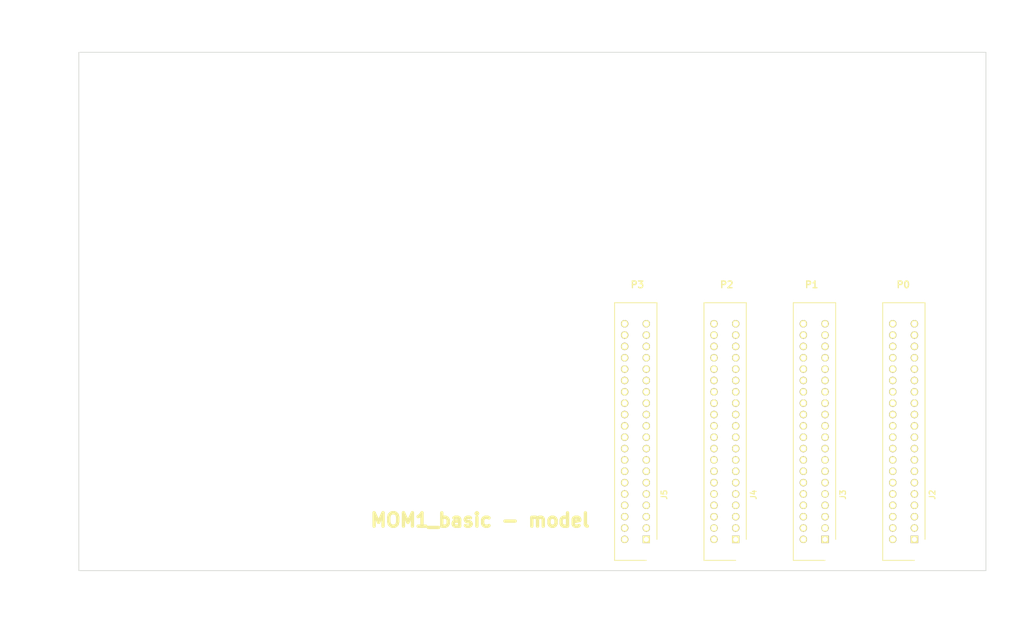
<source format=kicad_pcb>
(kicad_pcb (version 20171130) (host pcbnew "(5.1.4)-1")

  (general
    (thickness 1.6)
    (drawings 20)
    (tracks 0)
    (zones 0)
    (modules 8)
    (nets 47)
  )

  (page A4)
  (title_block
    (title MOM1_basic)
    (date 2020-01-17)
    (rev model)
    (company "Guillaume Guillet")
  )

  (layers
    (0 F.Cu signal)
    (1 In1.Cu power)
    (2 In2.Cu signal)
    (31 B.Cu signal)
    (32 B.Adhes user)
    (33 F.Adhes user)
    (34 B.Paste user)
    (35 F.Paste user)
    (36 B.SilkS user)
    (37 F.SilkS user)
    (38 B.Mask user)
    (39 F.Mask user)
    (40 Dwgs.User user)
    (41 Cmts.User user)
    (42 Eco1.User user)
    (43 Eco2.User user)
    (44 Edge.Cuts user)
    (45 Margin user)
    (46 B.CrtYd user)
    (47 F.CrtYd user)
    (48 B.Fab user)
    (49 F.Fab user)
  )

  (setup
    (last_trace_width 0.18)
    (trace_clearance 0.18)
    (zone_clearance 0.508)
    (zone_45_only no)
    (trace_min 0.18)
    (via_size 0.45)
    (via_drill 0.2)
    (via_min_size 0.45)
    (via_min_drill 0.2)
    (uvia_size 0.45)
    (uvia_drill 0.2)
    (uvias_allowed no)
    (uvia_min_size 0.45)
    (uvia_min_drill 0.2)
    (edge_width 0.15)
    (segment_width 0.2)
    (pcb_text_width 0.3)
    (pcb_text_size 1.5 1.5)
    (mod_edge_width 0.15)
    (mod_text_size 1 1)
    (mod_text_width 0.15)
    (pad_size 1.524 1.524)
    (pad_drill 0.762)
    (pad_to_mask_clearance 0.2)
    (aux_axis_origin 68 32)
    (visible_elements 7FFFF7FF)
    (pcbplotparams
      (layerselection 0x010f0_ffffffff)
      (usegerberextensions false)
      (usegerberattributes false)
      (usegerberadvancedattributes false)
      (creategerberjobfile false)
      (excludeedgelayer true)
      (linewidth 0.100000)
      (plotframeref false)
      (viasonmask false)
      (mode 1)
      (useauxorigin true)
      (hpglpennumber 1)
      (hpglpenspeed 20)
      (hpglpendiameter 15.000000)
      (psnegative false)
      (psa4output false)
      (plotreference true)
      (plotvalue true)
      (plotinvisibletext false)
      (padsonsilk false)
      (subtractmaskfromsilk false)
      (outputformat 1)
      (mirror false)
      (drillshape 0)
      (scaleselection 1)
      (outputdirectory "Project_GCMV4_gerbert/"))
  )

  (net 0 "")
  (net 1 GND)
  (net 2 +5V)
  (net 3 +3V3)
  (net 4 /GLOBAL_CLK)
  (net 5 /~RESET_CLK)
  (net 6 /SYNC_BIT)
  (net 7 /BWRITE1_0)
  (net 8 /BWRITE1_1)
  (net 9 /BWRITE1_2)
  (net 10 /BWRITE1_3)
  (net 11 /BWRITE1_4)
  (net 12 /BWRITE1_5)
  (net 13 /BWRITE1_6)
  (net 14 /BWRITE1_7)
  (net 15 /BWRITE2_0)
  (net 16 /BWRITE2_1)
  (net 17 /BWRITE2_2)
  (net 18 /BWRITE2_3)
  (net 19 /BWRITE2_4)
  (net 20 /BWRITE2_5)
  (net 21 /BWRITE2_6)
  (net 22 /BWRITE2_7)
  (net 23 /BREAD1_0)
  (net 24 /BREAD1_1)
  (net 25 /BREAD1_2)
  (net 26 /BREAD1_3)
  (net 27 /BREAD1_4)
  (net 28 /BREAD1_5)
  (net 29 /BREAD1_6)
  (net 30 /BREAD1_7)
  (net 31 /BREAD2_0)
  (net 32 /BREAD2_1)
  (net 33 /BREAD2_2)
  (net 34 /BREAD2_3)
  (net 35 /BREAD2_4)
  (net 36 /BREAD2_5)
  (net 37 /BREAD2_6)
  (net 38 /BREAD2_7)
  (net 39 /~CS_MODULE_1)
  (net 40 /CLK_MODULE_1)
  (net 41 /~CS_MODULE_2)
  (net 42 /CLK_MODULE_2)
  (net 43 /CLK_MODULE_3)
  (net 44 /~CS_MODULE_3)
  (net 45 /CLK_MODULE_4)
  (net 46 /~CS_MODULE_4)

  (net_class Default "Ceci est la Netclass par défaut"
    (clearance 0.18)
    (trace_width 0.18)
    (via_dia 0.45)
    (via_drill 0.2)
    (uvia_dia 0.45)
    (uvia_drill 0.2)
    (add_net /BREAD1_0)
    (add_net /BREAD1_1)
    (add_net /BREAD1_2)
    (add_net /BREAD1_3)
    (add_net /BREAD1_4)
    (add_net /BREAD1_5)
    (add_net /BREAD1_6)
    (add_net /BREAD1_7)
    (add_net /BREAD2_0)
    (add_net /BREAD2_1)
    (add_net /BREAD2_2)
    (add_net /BREAD2_3)
    (add_net /BREAD2_4)
    (add_net /BREAD2_5)
    (add_net /BREAD2_6)
    (add_net /BREAD2_7)
    (add_net /BWRITE1_0)
    (add_net /BWRITE1_1)
    (add_net /BWRITE1_2)
    (add_net /BWRITE1_3)
    (add_net /BWRITE1_4)
    (add_net /BWRITE1_5)
    (add_net /BWRITE1_6)
    (add_net /BWRITE1_7)
    (add_net /BWRITE2_0)
    (add_net /BWRITE2_1)
    (add_net /BWRITE2_2)
    (add_net /BWRITE2_3)
    (add_net /BWRITE2_4)
    (add_net /BWRITE2_5)
    (add_net /BWRITE2_6)
    (add_net /BWRITE2_7)
    (add_net /CLK_MODULE_1)
    (add_net /CLK_MODULE_2)
    (add_net /CLK_MODULE_3)
    (add_net /CLK_MODULE_4)
    (add_net /GLOBAL_CLK)
    (add_net /SYNC_BIT)
    (add_net /~CS_MODULE_1)
    (add_net /~CS_MODULE_2)
    (add_net /~CS_MODULE_3)
    (add_net /~CS_MODULE_4)
    (add_net /~RESET_CLK)
  )

  (net_class Volt ""
    (clearance 0.2)
    (trace_width 0.3)
    (via_dia 0.55)
    (via_drill 0.3)
    (uvia_dia 0.55)
    (uvia_drill 0.3)
    (add_net +3V3)
    (add_net +5V)
    (add_net GND)
  )

  (module Mounting_Holes:MountingHole_3mm locked (layer F.Cu) (tedit 5C7840FF) (tstamp 5C783BD1)
    (at 266 37)
    (descr "Mounting Hole 3mm, no annular")
    (tags "mounting hole 3mm no annular")
    (attr virtual)
    (fp_text reference HOLE2 (at 0 -4) (layer F.SilkS) hide
      (effects (font (size 1 1) (thickness 0.15)))
    )
    (fp_text value MountingHole_3mm (at -3 4) (layer F.Fab)
      (effects (font (size 1 1) (thickness 0.15)))
    )
    (fp_text user %R (at 0.3 0) (layer F.Fab)
      (effects (font (size 1 1) (thickness 0.15)))
    )
    (fp_circle (center 0 0) (end 3 0) (layer Cmts.User) (width 0.15))
    (fp_circle (center 0 0) (end 3.25 0) (layer F.CrtYd) (width 0.05))
    (pad 1 np_thru_hole circle (at 0 0) (size 3 3) (drill 3) (layers *.Cu *.Mask))
  )

  (module Mounting_Holes:MountingHole_3mm locked (layer F.Cu) (tedit 5C7840F9) (tstamp 5C783BC9)
    (at 73 37)
    (descr "Mounting Hole 3mm, no annular")
    (tags "mounting hole 3mm no annular")
    (attr virtual)
    (fp_text reference HOLE1 (at 0 -4) (layer F.SilkS) hide
      (effects (font (size 1 1) (thickness 0.15)))
    )
    (fp_text value MountingHole_3mm (at 3 5) (layer F.Fab)
      (effects (font (size 1 1) (thickness 0.15)))
    )
    (fp_text user %R (at 0.3 0) (layer F.Fab)
      (effects (font (size 1 1) (thickness 0.15)))
    )
    (fp_circle (center 0 0) (end 3 0) (layer Cmts.User) (width 0.15))
    (fp_circle (center 0 0) (end 3.25 0) (layer F.CrtYd) (width 0.05))
    (pad 1 np_thru_hole circle (at 0 0) (size 3 3) (drill 3) (layers *.Cu *.Mask))
  )

  (module Mounting_Holes:MountingHole_3mm locked (layer F.Cu) (tedit 5C78410B) (tstamp 5C783B94)
    (at 73 143)
    (descr "Mounting Hole 3mm, no annular")
    (tags "mounting hole 3mm no annular")
    (attr virtual)
    (fp_text reference HOLE4 (at 0 -4) (layer F.SilkS) hide
      (effects (font (size 1 1) (thickness 0.15)))
    )
    (fp_text value MountingHole_3mm (at 3 4) (layer F.Fab)
      (effects (font (size 1 1) (thickness 0.15)))
    )
    (fp_text user %R (at 0.3 0) (layer F.Fab)
      (effects (font (size 1 1) (thickness 0.15)))
    )
    (fp_circle (center 0 0) (end 3 0) (layer Cmts.User) (width 0.15))
    (fp_circle (center 0 0) (end 3.25 0) (layer F.CrtYd) (width 0.05))
    (pad 1 np_thru_hole circle (at 0 0) (size 3 3) (drill 3) (layers *.Cu *.Mask))
  )

  (module Mounting_Holes:MountingHole_3mm locked (layer F.Cu) (tedit 5C784105) (tstamp 5C783981)
    (at 266 143)
    (descr "Mounting Hole 3mm, no annular")
    (tags "mounting hole 3mm no annular")
    (attr virtual)
    (fp_text reference HOLE3 (at 0 -4) (layer F.SilkS) hide
      (effects (font (size 1 1) (thickness 0.15)))
    )
    (fp_text value MountingHole_3mm (at 4 -10 90) (layer F.Fab)
      (effects (font (size 1 1) (thickness 0.15)))
    )
    (fp_text user %R (at 0.3 0) (layer F.Fab)
      (effects (font (size 1 1) (thickness 0.15)))
    )
    (fp_circle (center 0 0) (end 3 0) (layer Cmts.User) (width 0.15))
    (fp_circle (center 0 0) (end 3.25 0) (layer F.CrtYd) (width 0.05))
    (pad 1 np_thru_hole circle (at 0 0) (size 3 3) (drill 3) (layers *.Cu *.Mask))
  )

  (module Eurocard:SHDR40W89P485X254_2X20_5740X935X1562P (layer F.Cu) (tedit 5C7707D6) (tstamp 5D32292E)
    (at 255 141 90)
    (descr 5-5530843-4)
    (tags Connector)
    (path /5E290726)
    (fp_text reference J2 (at 10 4 90) (layer F.SilkS)
      (effects (font (size 1.27 1.27) (thickness 0.254)))
    )
    (fp_text value " 5-5530843-4" (at 0 4 90) (layer F.SilkS) hide
      (effects (font (size 1.27 1.27) (thickness 0.254)))
    )
    (fp_line (start -4.949 2.625) (end -4.949 -7.349) (layer Dwgs.User) (width 0.05))
    (fp_line (start -4.949 -7.349) (end 53.209 -7.349) (layer Dwgs.User) (width 0.05))
    (fp_line (start 53.209 -7.349) (end 53.209 2.625) (layer Dwgs.User) (width 0.05))
    (fp_line (start 53.209 2.625) (end -4.949 2.625) (layer Dwgs.User) (width 0.05))
    (fp_line (start -4.699 2.375) (end -4.699 -7.099) (layer Dwgs.User) (width 0.1))
    (fp_line (start -4.699 -7.099) (end 52.959 -7.099) (layer Dwgs.User) (width 0.1))
    (fp_line (start 52.959 -7.099) (end 52.959 2.375) (layer Dwgs.User) (width 0.1))
    (fp_line (start 52.959 2.375) (end -4.699 2.375) (layer Dwgs.User) (width 0.1))
    (fp_line (start 0 2.375) (end 52.959 2.375) (layer F.SilkS) (width 0.2))
    (fp_line (start 52.959 2.375) (end 52.959 -7.099) (layer F.SilkS) (width 0.2))
    (fp_line (start 52.959 -7.099) (end -4.699 -7.099) (layer F.SilkS) (width 0.2))
    (fp_line (start -4.699 -7.099) (end -4.699 0) (layer F.SilkS) (width 0.2))
    (pad 1 thru_hole rect (at 0 0 180) (size 1.65 1.65) (drill 1.1) (layers *.Cu *.Mask F.SilkS)
      (net 1 GND))
    (pad 2 thru_hole circle (at 0 -4.851 180) (size 1.65 1.65) (drill 1.1) (layers *.Cu *.Mask F.SilkS)
      (net 39 /~CS_MODULE_1))
    (pad 3 thru_hole circle (at 2.54 0 180) (size 1.65 1.65) (drill 1.1) (layers *.Cu *.Mask F.SilkS)
      (net 4 /GLOBAL_CLK))
    (pad 4 thru_hole circle (at 2.54 -4.851 180) (size 1.65 1.65) (drill 1.1) (layers *.Cu *.Mask F.SilkS)
      (net 40 /CLK_MODULE_1))
    (pad 5 thru_hole circle (at 5.08 0 180) (size 1.65 1.65) (drill 1.1) (layers *.Cu *.Mask F.SilkS)
      (net 5 /~RESET_CLK))
    (pad 6 thru_hole circle (at 5.08 -4.851 180) (size 1.65 1.65) (drill 1.1) (layers *.Cu *.Mask F.SilkS)
      (net 6 /SYNC_BIT))
    (pad 7 thru_hole circle (at 7.62 0 180) (size 1.65 1.65) (drill 1.1) (layers *.Cu *.Mask F.SilkS)
      (net 38 /BREAD2_7))
    (pad 8 thru_hole circle (at 7.62 -4.851 180) (size 1.65 1.65) (drill 1.1) (layers *.Cu *.Mask F.SilkS)
      (net 22 /BWRITE2_7))
    (pad 9 thru_hole circle (at 10.16 0 180) (size 1.65 1.65) (drill 1.1) (layers *.Cu *.Mask F.SilkS)
      (net 37 /BREAD2_6))
    (pad 10 thru_hole circle (at 10.16 -4.851 180) (size 1.65 1.65) (drill 1.1) (layers *.Cu *.Mask F.SilkS)
      (net 21 /BWRITE2_6))
    (pad 11 thru_hole circle (at 12.7 0 180) (size 1.65 1.65) (drill 1.1) (layers *.Cu *.Mask F.SilkS)
      (net 36 /BREAD2_5))
    (pad 12 thru_hole circle (at 12.7 -4.851 180) (size 1.65 1.65) (drill 1.1) (layers *.Cu *.Mask F.SilkS)
      (net 20 /BWRITE2_5))
    (pad 13 thru_hole circle (at 15.24 0 180) (size 1.65 1.65) (drill 1.1) (layers *.Cu *.Mask F.SilkS)
      (net 35 /BREAD2_4))
    (pad 14 thru_hole circle (at 15.24 -4.851 180) (size 1.65 1.65) (drill 1.1) (layers *.Cu *.Mask F.SilkS)
      (net 19 /BWRITE2_4))
    (pad 15 thru_hole circle (at 17.78 0 180) (size 1.65 1.65) (drill 1.1) (layers *.Cu *.Mask F.SilkS)
      (net 34 /BREAD2_3))
    (pad 16 thru_hole circle (at 17.78 -4.851 180) (size 1.65 1.65) (drill 1.1) (layers *.Cu *.Mask F.SilkS)
      (net 18 /BWRITE2_3))
    (pad 17 thru_hole circle (at 20.32 0 180) (size 1.65 1.65) (drill 1.1) (layers *.Cu *.Mask F.SilkS)
      (net 33 /BREAD2_2))
    (pad 18 thru_hole circle (at 20.32 -4.851 180) (size 1.65 1.65) (drill 1.1) (layers *.Cu *.Mask F.SilkS)
      (net 17 /BWRITE2_2))
    (pad 19 thru_hole circle (at 22.86 0 180) (size 1.65 1.65) (drill 1.1) (layers *.Cu *.Mask F.SilkS)
      (net 32 /BREAD2_1))
    (pad 20 thru_hole circle (at 22.86 -4.851 180) (size 1.65 1.65) (drill 1.1) (layers *.Cu *.Mask F.SilkS)
      (net 16 /BWRITE2_1))
    (pad 21 thru_hole circle (at 25.4 0 180) (size 1.65 1.65) (drill 1.1) (layers *.Cu *.Mask F.SilkS)
      (net 31 /BREAD2_0))
    (pad 22 thru_hole circle (at 25.4 -4.851 180) (size 1.65 1.65) (drill 1.1) (layers *.Cu *.Mask F.SilkS)
      (net 15 /BWRITE2_0))
    (pad 23 thru_hole circle (at 27.94 0 180) (size 1.65 1.65) (drill 1.1) (layers *.Cu *.Mask F.SilkS)
      (net 30 /BREAD1_7))
    (pad 24 thru_hole circle (at 27.94 -4.851 180) (size 1.65 1.65) (drill 1.1) (layers *.Cu *.Mask F.SilkS)
      (net 14 /BWRITE1_7))
    (pad 25 thru_hole circle (at 30.48 0 180) (size 1.65 1.65) (drill 1.1) (layers *.Cu *.Mask F.SilkS)
      (net 29 /BREAD1_6))
    (pad 26 thru_hole circle (at 30.48 -4.851 180) (size 1.65 1.65) (drill 1.1) (layers *.Cu *.Mask F.SilkS)
      (net 13 /BWRITE1_6))
    (pad 27 thru_hole circle (at 33.02 0 180) (size 1.65 1.65) (drill 1.1) (layers *.Cu *.Mask F.SilkS)
      (net 28 /BREAD1_5))
    (pad 28 thru_hole circle (at 33.02 -4.851 180) (size 1.65 1.65) (drill 1.1) (layers *.Cu *.Mask F.SilkS)
      (net 12 /BWRITE1_5))
    (pad 29 thru_hole circle (at 35.56 0 180) (size 1.65 1.65) (drill 1.1) (layers *.Cu *.Mask F.SilkS)
      (net 27 /BREAD1_4))
    (pad 30 thru_hole circle (at 35.56 -4.851 180) (size 1.65 1.65) (drill 1.1) (layers *.Cu *.Mask F.SilkS)
      (net 11 /BWRITE1_4))
    (pad 31 thru_hole circle (at 38.1 0 180) (size 1.65 1.65) (drill 1.1) (layers *.Cu *.Mask F.SilkS)
      (net 26 /BREAD1_3))
    (pad 32 thru_hole circle (at 38.1 -4.851 180) (size 1.65 1.65) (drill 1.1) (layers *.Cu *.Mask F.SilkS)
      (net 10 /BWRITE1_3))
    (pad 33 thru_hole circle (at 40.64 0 180) (size 1.65 1.65) (drill 1.1) (layers *.Cu *.Mask F.SilkS)
      (net 25 /BREAD1_2))
    (pad 34 thru_hole circle (at 40.64 -4.851 180) (size 1.65 1.65) (drill 1.1) (layers *.Cu *.Mask F.SilkS)
      (net 9 /BWRITE1_2))
    (pad 35 thru_hole circle (at 43.18 0 180) (size 1.65 1.65) (drill 1.1) (layers *.Cu *.Mask F.SilkS)
      (net 24 /BREAD1_1))
    (pad 36 thru_hole circle (at 43.18 -4.851 180) (size 1.65 1.65) (drill 1.1) (layers *.Cu *.Mask F.SilkS)
      (net 8 /BWRITE1_1))
    (pad 37 thru_hole circle (at 45.72 0 180) (size 1.65 1.65) (drill 1.1) (layers *.Cu *.Mask F.SilkS)
      (net 23 /BREAD1_0))
    (pad 38 thru_hole circle (at 45.72 -4.851 180) (size 1.65 1.65) (drill 1.1) (layers *.Cu *.Mask F.SilkS)
      (net 7 /BWRITE1_0))
    (pad 39 thru_hole circle (at 48.26 0 180) (size 1.65 1.65) (drill 1.1) (layers *.Cu *.Mask F.SilkS)
      (net 3 +3V3))
    (pad 40 thru_hole circle (at 48.26 -4.851 180) (size 1.65 1.65) (drill 1.1) (layers *.Cu *.Mask F.SilkS)
      (net 2 +5V))
  )

  (module Eurocard:SHDR40W89P485X254_2X20_5740X935X1562P (layer F.Cu) (tedit 5C7707D6) (tstamp 5D322965)
    (at 235 141 90)
    (descr 5-5530843-4)
    (tags Connector)
    (path /5E29072C)
    (fp_text reference J3 (at 10 4 90) (layer F.SilkS)
      (effects (font (size 1.27 1.27) (thickness 0.254)))
    )
    (fp_text value " 5-5530843-4" (at 0 4 90) (layer F.SilkS) hide
      (effects (font (size 1.27 1.27) (thickness 0.254)))
    )
    (fp_line (start -4.949 2.625) (end -4.949 -7.349) (layer Dwgs.User) (width 0.05))
    (fp_line (start -4.949 -7.349) (end 53.209 -7.349) (layer Dwgs.User) (width 0.05))
    (fp_line (start 53.209 -7.349) (end 53.209 2.625) (layer Dwgs.User) (width 0.05))
    (fp_line (start 53.209 2.625) (end -4.949 2.625) (layer Dwgs.User) (width 0.05))
    (fp_line (start -4.699 2.375) (end -4.699 -7.099) (layer Dwgs.User) (width 0.1))
    (fp_line (start -4.699 -7.099) (end 52.959 -7.099) (layer Dwgs.User) (width 0.1))
    (fp_line (start 52.959 -7.099) (end 52.959 2.375) (layer Dwgs.User) (width 0.1))
    (fp_line (start 52.959 2.375) (end -4.699 2.375) (layer Dwgs.User) (width 0.1))
    (fp_line (start 0 2.375) (end 52.959 2.375) (layer F.SilkS) (width 0.2))
    (fp_line (start 52.959 2.375) (end 52.959 -7.099) (layer F.SilkS) (width 0.2))
    (fp_line (start 52.959 -7.099) (end -4.699 -7.099) (layer F.SilkS) (width 0.2))
    (fp_line (start -4.699 -7.099) (end -4.699 0) (layer F.SilkS) (width 0.2))
    (pad 1 thru_hole rect (at 0 0 180) (size 1.65 1.65) (drill 1.1) (layers *.Cu *.Mask F.SilkS)
      (net 1 GND))
    (pad 2 thru_hole circle (at 0 -4.851 180) (size 1.65 1.65) (drill 1.1) (layers *.Cu *.Mask F.SilkS)
      (net 41 /~CS_MODULE_2))
    (pad 3 thru_hole circle (at 2.54 0 180) (size 1.65 1.65) (drill 1.1) (layers *.Cu *.Mask F.SilkS)
      (net 4 /GLOBAL_CLK))
    (pad 4 thru_hole circle (at 2.54 -4.851 180) (size 1.65 1.65) (drill 1.1) (layers *.Cu *.Mask F.SilkS)
      (net 42 /CLK_MODULE_2))
    (pad 5 thru_hole circle (at 5.08 0 180) (size 1.65 1.65) (drill 1.1) (layers *.Cu *.Mask F.SilkS)
      (net 5 /~RESET_CLK))
    (pad 6 thru_hole circle (at 5.08 -4.851 180) (size 1.65 1.65) (drill 1.1) (layers *.Cu *.Mask F.SilkS)
      (net 6 /SYNC_BIT))
    (pad 7 thru_hole circle (at 7.62 0 180) (size 1.65 1.65) (drill 1.1) (layers *.Cu *.Mask F.SilkS)
      (net 38 /BREAD2_7))
    (pad 8 thru_hole circle (at 7.62 -4.851 180) (size 1.65 1.65) (drill 1.1) (layers *.Cu *.Mask F.SilkS)
      (net 22 /BWRITE2_7))
    (pad 9 thru_hole circle (at 10.16 0 180) (size 1.65 1.65) (drill 1.1) (layers *.Cu *.Mask F.SilkS)
      (net 37 /BREAD2_6))
    (pad 10 thru_hole circle (at 10.16 -4.851 180) (size 1.65 1.65) (drill 1.1) (layers *.Cu *.Mask F.SilkS)
      (net 21 /BWRITE2_6))
    (pad 11 thru_hole circle (at 12.7 0 180) (size 1.65 1.65) (drill 1.1) (layers *.Cu *.Mask F.SilkS)
      (net 36 /BREAD2_5))
    (pad 12 thru_hole circle (at 12.7 -4.851 180) (size 1.65 1.65) (drill 1.1) (layers *.Cu *.Mask F.SilkS)
      (net 20 /BWRITE2_5))
    (pad 13 thru_hole circle (at 15.24 0 180) (size 1.65 1.65) (drill 1.1) (layers *.Cu *.Mask F.SilkS)
      (net 35 /BREAD2_4))
    (pad 14 thru_hole circle (at 15.24 -4.851 180) (size 1.65 1.65) (drill 1.1) (layers *.Cu *.Mask F.SilkS)
      (net 19 /BWRITE2_4))
    (pad 15 thru_hole circle (at 17.78 0 180) (size 1.65 1.65) (drill 1.1) (layers *.Cu *.Mask F.SilkS)
      (net 34 /BREAD2_3))
    (pad 16 thru_hole circle (at 17.78 -4.851 180) (size 1.65 1.65) (drill 1.1) (layers *.Cu *.Mask F.SilkS)
      (net 18 /BWRITE2_3))
    (pad 17 thru_hole circle (at 20.32 0 180) (size 1.65 1.65) (drill 1.1) (layers *.Cu *.Mask F.SilkS)
      (net 33 /BREAD2_2))
    (pad 18 thru_hole circle (at 20.32 -4.851 180) (size 1.65 1.65) (drill 1.1) (layers *.Cu *.Mask F.SilkS)
      (net 17 /BWRITE2_2))
    (pad 19 thru_hole circle (at 22.86 0 180) (size 1.65 1.65) (drill 1.1) (layers *.Cu *.Mask F.SilkS)
      (net 32 /BREAD2_1))
    (pad 20 thru_hole circle (at 22.86 -4.851 180) (size 1.65 1.65) (drill 1.1) (layers *.Cu *.Mask F.SilkS)
      (net 16 /BWRITE2_1))
    (pad 21 thru_hole circle (at 25.4 0 180) (size 1.65 1.65) (drill 1.1) (layers *.Cu *.Mask F.SilkS)
      (net 31 /BREAD2_0))
    (pad 22 thru_hole circle (at 25.4 -4.851 180) (size 1.65 1.65) (drill 1.1) (layers *.Cu *.Mask F.SilkS)
      (net 15 /BWRITE2_0))
    (pad 23 thru_hole circle (at 27.94 0 180) (size 1.65 1.65) (drill 1.1) (layers *.Cu *.Mask F.SilkS)
      (net 30 /BREAD1_7))
    (pad 24 thru_hole circle (at 27.94 -4.851 180) (size 1.65 1.65) (drill 1.1) (layers *.Cu *.Mask F.SilkS)
      (net 14 /BWRITE1_7))
    (pad 25 thru_hole circle (at 30.48 0 180) (size 1.65 1.65) (drill 1.1) (layers *.Cu *.Mask F.SilkS)
      (net 29 /BREAD1_6))
    (pad 26 thru_hole circle (at 30.48 -4.851 180) (size 1.65 1.65) (drill 1.1) (layers *.Cu *.Mask F.SilkS)
      (net 13 /BWRITE1_6))
    (pad 27 thru_hole circle (at 33.02 0 180) (size 1.65 1.65) (drill 1.1) (layers *.Cu *.Mask F.SilkS)
      (net 28 /BREAD1_5))
    (pad 28 thru_hole circle (at 33.02 -4.851 180) (size 1.65 1.65) (drill 1.1) (layers *.Cu *.Mask F.SilkS)
      (net 12 /BWRITE1_5))
    (pad 29 thru_hole circle (at 35.56 0 180) (size 1.65 1.65) (drill 1.1) (layers *.Cu *.Mask F.SilkS)
      (net 27 /BREAD1_4))
    (pad 30 thru_hole circle (at 35.56 -4.851 180) (size 1.65 1.65) (drill 1.1) (layers *.Cu *.Mask F.SilkS)
      (net 11 /BWRITE1_4))
    (pad 31 thru_hole circle (at 38.1 0 180) (size 1.65 1.65) (drill 1.1) (layers *.Cu *.Mask F.SilkS)
      (net 26 /BREAD1_3))
    (pad 32 thru_hole circle (at 38.1 -4.851 180) (size 1.65 1.65) (drill 1.1) (layers *.Cu *.Mask F.SilkS)
      (net 10 /BWRITE1_3))
    (pad 33 thru_hole circle (at 40.64 0 180) (size 1.65 1.65) (drill 1.1) (layers *.Cu *.Mask F.SilkS)
      (net 25 /BREAD1_2))
    (pad 34 thru_hole circle (at 40.64 -4.851 180) (size 1.65 1.65) (drill 1.1) (layers *.Cu *.Mask F.SilkS)
      (net 9 /BWRITE1_2))
    (pad 35 thru_hole circle (at 43.18 0 180) (size 1.65 1.65) (drill 1.1) (layers *.Cu *.Mask F.SilkS)
      (net 24 /BREAD1_1))
    (pad 36 thru_hole circle (at 43.18 -4.851 180) (size 1.65 1.65) (drill 1.1) (layers *.Cu *.Mask F.SilkS)
      (net 8 /BWRITE1_1))
    (pad 37 thru_hole circle (at 45.72 0 180) (size 1.65 1.65) (drill 1.1) (layers *.Cu *.Mask F.SilkS)
      (net 23 /BREAD1_0))
    (pad 38 thru_hole circle (at 45.72 -4.851 180) (size 1.65 1.65) (drill 1.1) (layers *.Cu *.Mask F.SilkS)
      (net 7 /BWRITE1_0))
    (pad 39 thru_hole circle (at 48.26 0 180) (size 1.65 1.65) (drill 1.1) (layers *.Cu *.Mask F.SilkS)
      (net 3 +3V3))
    (pad 40 thru_hole circle (at 48.26 -4.851 180) (size 1.65 1.65) (drill 1.1) (layers *.Cu *.Mask F.SilkS)
      (net 2 +5V))
  )

  (module Eurocard:SHDR40W89P485X254_2X20_5740X935X1562P (layer F.Cu) (tedit 5C7707D6) (tstamp 5D32299C)
    (at 215 141 90)
    (descr 5-5530843-4)
    (tags Connector)
    (path /5E290732)
    (fp_text reference J4 (at 10 4 90) (layer F.SilkS)
      (effects (font (size 1.27 1.27) (thickness 0.254)))
    )
    (fp_text value " 5-5530843-4" (at 0 4 90) (layer F.SilkS) hide
      (effects (font (size 1.27 1.27) (thickness 0.254)))
    )
    (fp_line (start -4.699 -7.099) (end -4.699 0) (layer F.SilkS) (width 0.2))
    (fp_line (start 52.959 -7.099) (end -4.699 -7.099) (layer F.SilkS) (width 0.2))
    (fp_line (start 52.959 2.375) (end 52.959 -7.099) (layer F.SilkS) (width 0.2))
    (fp_line (start 0 2.375) (end 52.959 2.375) (layer F.SilkS) (width 0.2))
    (fp_line (start 52.959 2.375) (end -4.699 2.375) (layer Dwgs.User) (width 0.1))
    (fp_line (start 52.959 -7.099) (end 52.959 2.375) (layer Dwgs.User) (width 0.1))
    (fp_line (start -4.699 -7.099) (end 52.959 -7.099) (layer Dwgs.User) (width 0.1))
    (fp_line (start -4.699 2.375) (end -4.699 -7.099) (layer Dwgs.User) (width 0.1))
    (fp_line (start 53.209 2.625) (end -4.949 2.625) (layer Dwgs.User) (width 0.05))
    (fp_line (start 53.209 -7.349) (end 53.209 2.625) (layer Dwgs.User) (width 0.05))
    (fp_line (start -4.949 -7.349) (end 53.209 -7.349) (layer Dwgs.User) (width 0.05))
    (fp_line (start -4.949 2.625) (end -4.949 -7.349) (layer Dwgs.User) (width 0.05))
    (pad 40 thru_hole circle (at 48.26 -4.851 180) (size 1.65 1.65) (drill 1.1) (layers *.Cu *.Mask F.SilkS)
      (net 2 +5V))
    (pad 39 thru_hole circle (at 48.26 0 180) (size 1.65 1.65) (drill 1.1) (layers *.Cu *.Mask F.SilkS)
      (net 3 +3V3))
    (pad 38 thru_hole circle (at 45.72 -4.851 180) (size 1.65 1.65) (drill 1.1) (layers *.Cu *.Mask F.SilkS)
      (net 7 /BWRITE1_0))
    (pad 37 thru_hole circle (at 45.72 0 180) (size 1.65 1.65) (drill 1.1) (layers *.Cu *.Mask F.SilkS)
      (net 23 /BREAD1_0))
    (pad 36 thru_hole circle (at 43.18 -4.851 180) (size 1.65 1.65) (drill 1.1) (layers *.Cu *.Mask F.SilkS)
      (net 8 /BWRITE1_1))
    (pad 35 thru_hole circle (at 43.18 0 180) (size 1.65 1.65) (drill 1.1) (layers *.Cu *.Mask F.SilkS)
      (net 24 /BREAD1_1))
    (pad 34 thru_hole circle (at 40.64 -4.851 180) (size 1.65 1.65) (drill 1.1) (layers *.Cu *.Mask F.SilkS)
      (net 9 /BWRITE1_2))
    (pad 33 thru_hole circle (at 40.64 0 180) (size 1.65 1.65) (drill 1.1) (layers *.Cu *.Mask F.SilkS)
      (net 25 /BREAD1_2))
    (pad 32 thru_hole circle (at 38.1 -4.851 180) (size 1.65 1.65) (drill 1.1) (layers *.Cu *.Mask F.SilkS)
      (net 10 /BWRITE1_3))
    (pad 31 thru_hole circle (at 38.1 0 180) (size 1.65 1.65) (drill 1.1) (layers *.Cu *.Mask F.SilkS)
      (net 26 /BREAD1_3))
    (pad 30 thru_hole circle (at 35.56 -4.851 180) (size 1.65 1.65) (drill 1.1) (layers *.Cu *.Mask F.SilkS)
      (net 11 /BWRITE1_4))
    (pad 29 thru_hole circle (at 35.56 0 180) (size 1.65 1.65) (drill 1.1) (layers *.Cu *.Mask F.SilkS)
      (net 27 /BREAD1_4))
    (pad 28 thru_hole circle (at 33.02 -4.851 180) (size 1.65 1.65) (drill 1.1) (layers *.Cu *.Mask F.SilkS)
      (net 12 /BWRITE1_5))
    (pad 27 thru_hole circle (at 33.02 0 180) (size 1.65 1.65) (drill 1.1) (layers *.Cu *.Mask F.SilkS)
      (net 28 /BREAD1_5))
    (pad 26 thru_hole circle (at 30.48 -4.851 180) (size 1.65 1.65) (drill 1.1) (layers *.Cu *.Mask F.SilkS)
      (net 13 /BWRITE1_6))
    (pad 25 thru_hole circle (at 30.48 0 180) (size 1.65 1.65) (drill 1.1) (layers *.Cu *.Mask F.SilkS)
      (net 29 /BREAD1_6))
    (pad 24 thru_hole circle (at 27.94 -4.851 180) (size 1.65 1.65) (drill 1.1) (layers *.Cu *.Mask F.SilkS)
      (net 14 /BWRITE1_7))
    (pad 23 thru_hole circle (at 27.94 0 180) (size 1.65 1.65) (drill 1.1) (layers *.Cu *.Mask F.SilkS)
      (net 30 /BREAD1_7))
    (pad 22 thru_hole circle (at 25.4 -4.851 180) (size 1.65 1.65) (drill 1.1) (layers *.Cu *.Mask F.SilkS)
      (net 15 /BWRITE2_0))
    (pad 21 thru_hole circle (at 25.4 0 180) (size 1.65 1.65) (drill 1.1) (layers *.Cu *.Mask F.SilkS)
      (net 31 /BREAD2_0))
    (pad 20 thru_hole circle (at 22.86 -4.851 180) (size 1.65 1.65) (drill 1.1) (layers *.Cu *.Mask F.SilkS)
      (net 16 /BWRITE2_1))
    (pad 19 thru_hole circle (at 22.86 0 180) (size 1.65 1.65) (drill 1.1) (layers *.Cu *.Mask F.SilkS)
      (net 32 /BREAD2_1))
    (pad 18 thru_hole circle (at 20.32 -4.851 180) (size 1.65 1.65) (drill 1.1) (layers *.Cu *.Mask F.SilkS)
      (net 17 /BWRITE2_2))
    (pad 17 thru_hole circle (at 20.32 0 180) (size 1.65 1.65) (drill 1.1) (layers *.Cu *.Mask F.SilkS)
      (net 33 /BREAD2_2))
    (pad 16 thru_hole circle (at 17.78 -4.851 180) (size 1.65 1.65) (drill 1.1) (layers *.Cu *.Mask F.SilkS)
      (net 18 /BWRITE2_3))
    (pad 15 thru_hole circle (at 17.78 0 180) (size 1.65 1.65) (drill 1.1) (layers *.Cu *.Mask F.SilkS)
      (net 34 /BREAD2_3))
    (pad 14 thru_hole circle (at 15.24 -4.851 180) (size 1.65 1.65) (drill 1.1) (layers *.Cu *.Mask F.SilkS)
      (net 19 /BWRITE2_4))
    (pad 13 thru_hole circle (at 15.24 0 180) (size 1.65 1.65) (drill 1.1) (layers *.Cu *.Mask F.SilkS)
      (net 35 /BREAD2_4))
    (pad 12 thru_hole circle (at 12.7 -4.851 180) (size 1.65 1.65) (drill 1.1) (layers *.Cu *.Mask F.SilkS)
      (net 20 /BWRITE2_5))
    (pad 11 thru_hole circle (at 12.7 0 180) (size 1.65 1.65) (drill 1.1) (layers *.Cu *.Mask F.SilkS)
      (net 36 /BREAD2_5))
    (pad 10 thru_hole circle (at 10.16 -4.851 180) (size 1.65 1.65) (drill 1.1) (layers *.Cu *.Mask F.SilkS)
      (net 21 /BWRITE2_6))
    (pad 9 thru_hole circle (at 10.16 0 180) (size 1.65 1.65) (drill 1.1) (layers *.Cu *.Mask F.SilkS)
      (net 37 /BREAD2_6))
    (pad 8 thru_hole circle (at 7.62 -4.851 180) (size 1.65 1.65) (drill 1.1) (layers *.Cu *.Mask F.SilkS)
      (net 22 /BWRITE2_7))
    (pad 7 thru_hole circle (at 7.62 0 180) (size 1.65 1.65) (drill 1.1) (layers *.Cu *.Mask F.SilkS)
      (net 38 /BREAD2_7))
    (pad 6 thru_hole circle (at 5.08 -4.851 180) (size 1.65 1.65) (drill 1.1) (layers *.Cu *.Mask F.SilkS)
      (net 6 /SYNC_BIT))
    (pad 5 thru_hole circle (at 5.08 0 180) (size 1.65 1.65) (drill 1.1) (layers *.Cu *.Mask F.SilkS)
      (net 5 /~RESET_CLK))
    (pad 4 thru_hole circle (at 2.54 -4.851 180) (size 1.65 1.65) (drill 1.1) (layers *.Cu *.Mask F.SilkS)
      (net 43 /CLK_MODULE_3))
    (pad 3 thru_hole circle (at 2.54 0 180) (size 1.65 1.65) (drill 1.1) (layers *.Cu *.Mask F.SilkS)
      (net 4 /GLOBAL_CLK))
    (pad 2 thru_hole circle (at 0 -4.851 180) (size 1.65 1.65) (drill 1.1) (layers *.Cu *.Mask F.SilkS)
      (net 44 /~CS_MODULE_3))
    (pad 1 thru_hole rect (at 0 0 180) (size 1.65 1.65) (drill 1.1) (layers *.Cu *.Mask F.SilkS)
      (net 1 GND))
  )

  (module Eurocard:SHDR40W89P485X254_2X20_5740X935X1562P (layer F.Cu) (tedit 5C7707D6) (tstamp 5D3229D3)
    (at 195 141 90)
    (descr 5-5530843-4)
    (tags Connector)
    (path /5E290738)
    (fp_text reference J5 (at 10 4 90) (layer F.SilkS)
      (effects (font (size 1.27 1.27) (thickness 0.254)))
    )
    (fp_text value " 5-5530843-4" (at 0 4 90) (layer F.SilkS) hide
      (effects (font (size 1.27 1.27) (thickness 0.254)))
    )
    (fp_line (start -4.699 -7.099) (end -4.699 0) (layer F.SilkS) (width 0.2))
    (fp_line (start 52.959 -7.099) (end -4.699 -7.099) (layer F.SilkS) (width 0.2))
    (fp_line (start 52.959 2.375) (end 52.959 -7.099) (layer F.SilkS) (width 0.2))
    (fp_line (start 0 2.375) (end 52.959 2.375) (layer F.SilkS) (width 0.2))
    (fp_line (start 52.959 2.375) (end -4.699 2.375) (layer Dwgs.User) (width 0.1))
    (fp_line (start 52.959 -7.099) (end 52.959 2.375) (layer Dwgs.User) (width 0.1))
    (fp_line (start -4.699 -7.099) (end 52.959 -7.099) (layer Dwgs.User) (width 0.1))
    (fp_line (start -4.699 2.375) (end -4.699 -7.099) (layer Dwgs.User) (width 0.1))
    (fp_line (start 53.209 2.625) (end -4.949 2.625) (layer Dwgs.User) (width 0.05))
    (fp_line (start 53.209 -7.349) (end 53.209 2.625) (layer Dwgs.User) (width 0.05))
    (fp_line (start -4.949 -7.349) (end 53.209 -7.349) (layer Dwgs.User) (width 0.05))
    (fp_line (start -4.949 2.625) (end -4.949 -7.349) (layer Dwgs.User) (width 0.05))
    (pad 40 thru_hole circle (at 48.26 -4.851 180) (size 1.65 1.65) (drill 1.1) (layers *.Cu *.Mask F.SilkS)
      (net 2 +5V))
    (pad 39 thru_hole circle (at 48.26 0 180) (size 1.65 1.65) (drill 1.1) (layers *.Cu *.Mask F.SilkS)
      (net 3 +3V3))
    (pad 38 thru_hole circle (at 45.72 -4.851 180) (size 1.65 1.65) (drill 1.1) (layers *.Cu *.Mask F.SilkS)
      (net 7 /BWRITE1_0))
    (pad 37 thru_hole circle (at 45.72 0 180) (size 1.65 1.65) (drill 1.1) (layers *.Cu *.Mask F.SilkS)
      (net 23 /BREAD1_0))
    (pad 36 thru_hole circle (at 43.18 -4.851 180) (size 1.65 1.65) (drill 1.1) (layers *.Cu *.Mask F.SilkS)
      (net 8 /BWRITE1_1))
    (pad 35 thru_hole circle (at 43.18 0 180) (size 1.65 1.65) (drill 1.1) (layers *.Cu *.Mask F.SilkS)
      (net 24 /BREAD1_1))
    (pad 34 thru_hole circle (at 40.64 -4.851 180) (size 1.65 1.65) (drill 1.1) (layers *.Cu *.Mask F.SilkS)
      (net 9 /BWRITE1_2))
    (pad 33 thru_hole circle (at 40.64 0 180) (size 1.65 1.65) (drill 1.1) (layers *.Cu *.Mask F.SilkS)
      (net 25 /BREAD1_2))
    (pad 32 thru_hole circle (at 38.1 -4.851 180) (size 1.65 1.65) (drill 1.1) (layers *.Cu *.Mask F.SilkS)
      (net 10 /BWRITE1_3))
    (pad 31 thru_hole circle (at 38.1 0 180) (size 1.65 1.65) (drill 1.1) (layers *.Cu *.Mask F.SilkS)
      (net 26 /BREAD1_3))
    (pad 30 thru_hole circle (at 35.56 -4.851 180) (size 1.65 1.65) (drill 1.1) (layers *.Cu *.Mask F.SilkS)
      (net 11 /BWRITE1_4))
    (pad 29 thru_hole circle (at 35.56 0 180) (size 1.65 1.65) (drill 1.1) (layers *.Cu *.Mask F.SilkS)
      (net 27 /BREAD1_4))
    (pad 28 thru_hole circle (at 33.02 -4.851 180) (size 1.65 1.65) (drill 1.1) (layers *.Cu *.Mask F.SilkS)
      (net 12 /BWRITE1_5))
    (pad 27 thru_hole circle (at 33.02 0 180) (size 1.65 1.65) (drill 1.1) (layers *.Cu *.Mask F.SilkS)
      (net 28 /BREAD1_5))
    (pad 26 thru_hole circle (at 30.48 -4.851 180) (size 1.65 1.65) (drill 1.1) (layers *.Cu *.Mask F.SilkS)
      (net 13 /BWRITE1_6))
    (pad 25 thru_hole circle (at 30.48 0 180) (size 1.65 1.65) (drill 1.1) (layers *.Cu *.Mask F.SilkS)
      (net 29 /BREAD1_6))
    (pad 24 thru_hole circle (at 27.94 -4.851 180) (size 1.65 1.65) (drill 1.1) (layers *.Cu *.Mask F.SilkS)
      (net 14 /BWRITE1_7))
    (pad 23 thru_hole circle (at 27.94 0 180) (size 1.65 1.65) (drill 1.1) (layers *.Cu *.Mask F.SilkS)
      (net 30 /BREAD1_7))
    (pad 22 thru_hole circle (at 25.4 -4.851 180) (size 1.65 1.65) (drill 1.1) (layers *.Cu *.Mask F.SilkS)
      (net 15 /BWRITE2_0))
    (pad 21 thru_hole circle (at 25.4 0 180) (size 1.65 1.65) (drill 1.1) (layers *.Cu *.Mask F.SilkS)
      (net 31 /BREAD2_0))
    (pad 20 thru_hole circle (at 22.86 -4.851 180) (size 1.65 1.65) (drill 1.1) (layers *.Cu *.Mask F.SilkS)
      (net 16 /BWRITE2_1))
    (pad 19 thru_hole circle (at 22.86 0 180) (size 1.65 1.65) (drill 1.1) (layers *.Cu *.Mask F.SilkS)
      (net 32 /BREAD2_1))
    (pad 18 thru_hole circle (at 20.32 -4.851 180) (size 1.65 1.65) (drill 1.1) (layers *.Cu *.Mask F.SilkS)
      (net 17 /BWRITE2_2))
    (pad 17 thru_hole circle (at 20.32 0 180) (size 1.65 1.65) (drill 1.1) (layers *.Cu *.Mask F.SilkS)
      (net 33 /BREAD2_2))
    (pad 16 thru_hole circle (at 17.78 -4.851 180) (size 1.65 1.65) (drill 1.1) (layers *.Cu *.Mask F.SilkS)
      (net 18 /BWRITE2_3))
    (pad 15 thru_hole circle (at 17.78 0 180) (size 1.65 1.65) (drill 1.1) (layers *.Cu *.Mask F.SilkS)
      (net 34 /BREAD2_3))
    (pad 14 thru_hole circle (at 15.24 -4.851 180) (size 1.65 1.65) (drill 1.1) (layers *.Cu *.Mask F.SilkS)
      (net 19 /BWRITE2_4))
    (pad 13 thru_hole circle (at 15.24 0 180) (size 1.65 1.65) (drill 1.1) (layers *.Cu *.Mask F.SilkS)
      (net 35 /BREAD2_4))
    (pad 12 thru_hole circle (at 12.7 -4.851 180) (size 1.65 1.65) (drill 1.1) (layers *.Cu *.Mask F.SilkS)
      (net 20 /BWRITE2_5))
    (pad 11 thru_hole circle (at 12.7 0 180) (size 1.65 1.65) (drill 1.1) (layers *.Cu *.Mask F.SilkS)
      (net 36 /BREAD2_5))
    (pad 10 thru_hole circle (at 10.16 -4.851 180) (size 1.65 1.65) (drill 1.1) (layers *.Cu *.Mask F.SilkS)
      (net 21 /BWRITE2_6))
    (pad 9 thru_hole circle (at 10.16 0 180) (size 1.65 1.65) (drill 1.1) (layers *.Cu *.Mask F.SilkS)
      (net 37 /BREAD2_6))
    (pad 8 thru_hole circle (at 7.62 -4.851 180) (size 1.65 1.65) (drill 1.1) (layers *.Cu *.Mask F.SilkS)
      (net 22 /BWRITE2_7))
    (pad 7 thru_hole circle (at 7.62 0 180) (size 1.65 1.65) (drill 1.1) (layers *.Cu *.Mask F.SilkS)
      (net 38 /BREAD2_7))
    (pad 6 thru_hole circle (at 5.08 -4.851 180) (size 1.65 1.65) (drill 1.1) (layers *.Cu *.Mask F.SilkS)
      (net 6 /SYNC_BIT))
    (pad 5 thru_hole circle (at 5.08 0 180) (size 1.65 1.65) (drill 1.1) (layers *.Cu *.Mask F.SilkS)
      (net 5 /~RESET_CLK))
    (pad 4 thru_hole circle (at 2.54 -4.851 180) (size 1.65 1.65) (drill 1.1) (layers *.Cu *.Mask F.SilkS)
      (net 45 /CLK_MODULE_4))
    (pad 3 thru_hole circle (at 2.54 0 180) (size 1.65 1.65) (drill 1.1) (layers *.Cu *.Mask F.SilkS)
      (net 4 /GLOBAL_CLK))
    (pad 2 thru_hole circle (at 0 -4.851 180) (size 1.65 1.65) (drill 1.1) (layers *.Cu *.Mask F.SilkS)
      (net 46 /~CS_MODULE_4))
    (pad 1 thru_hole rect (at 0 0 180) (size 1.65 1.65) (drill 1.1) (layers *.Cu *.Mask F.SilkS)
      (net 1 GND))
  )

  (gr_line (start 271 32) (end 68 32) (angle 90) (layer Edge.Cuts) (width 0.15))
  (dimension 7 (width 0.15) (layer Eco2.User)
    (gr_text "7.000 mm" (at 181.2 144.5 270) (layer Eco2.User)
      (effects (font (size 1 1) (thickness 0.15)))
    )
    (feature1 (pts (xy 195 148) (xy 181.913579 148)))
    (feature2 (pts (xy 195 141) (xy 181.913579 141)))
    (crossbar (pts (xy 182.5 141) (xy 182.5 148)))
    (arrow1a (pts (xy 182.5 148) (xy 181.913579 146.873496)))
    (arrow1b (pts (xy 182.5 148) (xy 183.086421 146.873496)))
    (arrow2a (pts (xy 182.5 141) (xy 181.913579 142.126504)))
    (arrow2b (pts (xy 182.5 141) (xy 183.086421 142.126504)))
  )
  (dimension 16 (width 0.15) (layer Eco2.User)
    (gr_text "16.000 mm" (at 263 159.3) (layer Eco2.User)
      (effects (font (size 1 1) (thickness 0.15)))
    )
    (feature1 (pts (xy 271 141) (xy 271 158.586421)))
    (feature2 (pts (xy 255 141) (xy 255 158.586421)))
    (crossbar (pts (xy 255 158) (xy 271 158)))
    (arrow1a (pts (xy 271 158) (xy 269.873496 158.586421)))
    (arrow1b (pts (xy 271 158) (xy 269.873496 157.413579)))
    (arrow2a (pts (xy 255 158) (xy 256.126504 158.586421)))
    (arrow2b (pts (xy 255 158) (xy 256.126504 157.413579)))
  )
  (gr_text P3 (at 193 84) (layer F.SilkS)
    (effects (font (size 1.5 1.5) (thickness 0.3)))
  )
  (gr_text P2 (at 213 84) (layer F.SilkS)
    (effects (font (size 1.5 1.5) (thickness 0.3)))
  )
  (gr_text P1 (at 232 84) (layer F.SilkS)
    (effects (font (size 1.5 1.5) (thickness 0.3)))
  )
  (gr_text P0 (at 252.5 84) (layer F.SilkS)
    (effects (font (size 1.5 1.5) (thickness 0.3)))
  )
  (gr_text "MOM1_basic - model" (at 157.8 136.7) (layer F.SilkS)
    (effects (font (size 3 3) (thickness 0.75)))
  )
  (dimension 20 (width 0.3) (layer Eco2.User) (tstamp 5C783CBA)
    (gr_text "20.000 mm" (at 205 153.35) (layer Eco2.User) (tstamp 5C783CBA)
      (effects (font (size 1.5 1.5) (thickness 0.3)))
    )
    (feature1 (pts (xy 195 141) (xy 195 154.7)))
    (feature2 (pts (xy 215 141) (xy 215 154.7)))
    (crossbar (pts (xy 215 152) (xy 195 152)))
    (arrow1a (pts (xy 195 152) (xy 196.126504 151.413579)))
    (arrow1b (pts (xy 195 152) (xy 196.126504 152.586421)))
    (arrow2a (pts (xy 215 152) (xy 213.873496 151.413579)))
    (arrow2b (pts (xy 215 152) (xy 213.873496 152.586421)))
  )
  (dimension 20 (width 0.3) (layer Eco2.User) (tstamp 5C783C7F)
    (gr_text "20.000 mm" (at 225 153.35) (layer Eco2.User) (tstamp 5C783C7F)
      (effects (font (size 1.5 1.5) (thickness 0.3)))
    )
    (feature1 (pts (xy 215 141) (xy 215 154.7)))
    (feature2 (pts (xy 235 141) (xy 235 154.7)))
    (crossbar (pts (xy 235 152) (xy 215 152)))
    (arrow1a (pts (xy 215 152) (xy 216.126504 151.413579)))
    (arrow1b (pts (xy 215 152) (xy 216.126504 152.586421)))
    (arrow2a (pts (xy 235 152) (xy 233.873496 151.413579)))
    (arrow2b (pts (xy 235 152) (xy 233.873496 152.586421)))
  )
  (dimension 20 (width 0.3) (layer Eco2.User)
    (gr_text "20.000 mm" (at 245 153.35) (layer Eco2.User)
      (effects (font (size 1.5 1.5) (thickness 0.3)))
    )
    (feature1 (pts (xy 235 141) (xy 235 154.7)))
    (feature2 (pts (xy 255 141) (xy 255 154.7)))
    (crossbar (pts (xy 255 152) (xy 235 152)))
    (arrow1a (pts (xy 235 152) (xy 236.126504 151.413579)))
    (arrow1b (pts (xy 235 152) (xy 236.126504 152.586421)))
    (arrow2a (pts (xy 255 152) (xy 253.873496 151.413579)))
    (arrow2b (pts (xy 255 152) (xy 253.873496 152.586421)))
  )
  (dimension 5 (width 0.3) (layer Eco2.User)
    (gr_text "5.000 mm" (at 62.650001 34.5 270) (layer Eco2.User)
      (effects (font (size 1.5 1.5) (thickness 0.3)))
    )
    (feature1 (pts (xy 68 37) (xy 61.300001 37)))
    (feature2 (pts (xy 68 32) (xy 61.300001 32)))
    (crossbar (pts (xy 64.000001 32) (xy 64.000001 37)))
    (arrow1a (pts (xy 64.000001 37) (xy 63.41358 35.873496)))
    (arrow1b (pts (xy 64.000001 37) (xy 64.586422 35.873496)))
    (arrow2a (pts (xy 64.000001 32) (xy 63.41358 33.126504)))
    (arrow2b (pts (xy 64.000001 32) (xy 64.586422 33.126504)))
  )
  (dimension 5 (width 0.3) (layer Eco2.User)
    (gr_text "5.000 mm" (at 70.5 27.15) (layer Eco2.User)
      (effects (font (size 1.5 1.5) (thickness 0.3)))
    )
    (feature1 (pts (xy 73 32) (xy 73 25.8)))
    (feature2 (pts (xy 68 32) (xy 68 25.8)))
    (crossbar (pts (xy 68 28.5) (xy 73 28.5)))
    (arrow1a (pts (xy 73 28.5) (xy 71.873496 29.086421)))
    (arrow1b (pts (xy 73 28.5) (xy 71.873496 27.913579)))
    (arrow2a (pts (xy 68 28.5) (xy 69.126504 29.086421)))
    (arrow2b (pts (xy 68 28.5) (xy 69.126504 27.913579)))
  )
  (dimension 5 (width 0.3) (layer Eco2.User)
    (gr_text "5.000 mm" (at 268.5 153.35) (layer Eco2.User)
      (effects (font (size 1.5 1.5) (thickness 0.3)))
    )
    (feature1 (pts (xy 266 148) (xy 266 154.7)))
    (feature2 (pts (xy 271 148) (xy 271 154.7)))
    (crossbar (pts (xy 271 152) (xy 266 152)))
    (arrow1a (pts (xy 266 152) (xy 267.126504 151.413579)))
    (arrow1b (pts (xy 266 152) (xy 267.126504 152.586421)))
    (arrow2a (pts (xy 271 152) (xy 269.873496 151.413579)))
    (arrow2b (pts (xy 271 152) (xy 269.873496 152.586421)))
  )
  (dimension 5 (width 0.3) (layer Eco2.User)
    (gr_text "5.000 mm" (at 276.85 145.5 90) (layer Eco2.User)
      (effects (font (size 1.5 1.5) (thickness 0.3)))
    )
    (feature1 (pts (xy 271 143) (xy 278.2 143)))
    (feature2 (pts (xy 271 148) (xy 278.2 148)))
    (crossbar (pts (xy 275.5 148) (xy 275.5 143)))
    (arrow1a (pts (xy 275.5 143) (xy 276.086421 144.126504)))
    (arrow1b (pts (xy 275.5 143) (xy 274.913579 144.126504)))
    (arrow2a (pts (xy 275.5 148) (xy 276.086421 146.873496)))
    (arrow2b (pts (xy 275.5 148) (xy 274.913579 146.873496)))
  )
  (dimension 116 (width 0.3) (layer Eco2.User)
    (gr_text "116.000 mm" (at 56.650001 90 270) (layer Eco2.User)
      (effects (font (size 1.5 1.5) (thickness 0.3)))
    )
    (feature1 (pts (xy 68 148) (xy 55.300001 148)))
    (feature2 (pts (xy 68 32) (xy 55.300001 32)))
    (crossbar (pts (xy 58.000001 32) (xy 58.000001 148)))
    (arrow1a (pts (xy 58.000001 148) (xy 57.41358 146.873496)))
    (arrow1b (pts (xy 58.000001 148) (xy 58.586422 146.873496)))
    (arrow2a (pts (xy 58.000001 32) (xy 57.41358 33.126504)))
    (arrow2b (pts (xy 58.000001 32) (xy 58.586422 33.126504)))
  )
  (gr_line (start 271 148) (end 68 148) (angle 90) (layer Edge.Cuts) (width 0.15))
  (gr_line (start 271 148) (end 271 32) (angle 90) (layer Edge.Cuts) (width 0.15))
  (dimension 203 (width 0.3) (layer Eco2.User)
    (gr_text "203.000 mm" (at 169.5 22.150001) (layer Eco2.User)
      (effects (font (size 1.5 1.5) (thickness 0.3)))
    )
    (feature1 (pts (xy 68 32) (xy 68 20.800001)))
    (feature2 (pts (xy 271 32) (xy 271 20.800001)))
    (crossbar (pts (xy 271 23.500001) (xy 68 23.500001)))
    (arrow1a (pts (xy 68 23.500001) (xy 69.126504 22.91358)))
    (arrow1b (pts (xy 68 23.500001) (xy 69.126504 24.086422)))
    (arrow2a (pts (xy 271 23.500001) (xy 269.873496 22.91358)))
    (arrow2b (pts (xy 271 23.500001) (xy 269.873496 24.086422)))
  )
  (gr_line (start 68 32) (end 68 148) (angle 90) (layer Edge.Cuts) (width 0.15))

)

</source>
